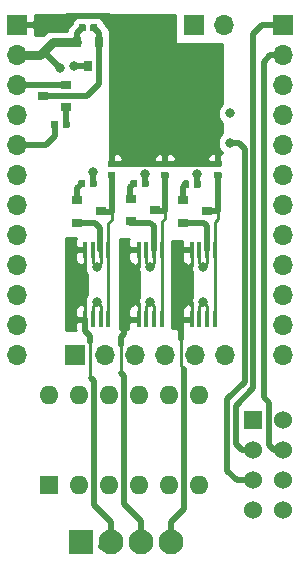
<source format=gbr>
G04 #@! TF.GenerationSoftware,KiCad,Pcbnew,(5.1.5)-3*
G04 #@! TF.CreationDate,2020-07-22T22:43:47-05:00*
G04 #@! TF.ProjectId,LightDriverShieldVer2,4c696768-7444-4726-9976-657253686965,rev?*
G04 #@! TF.SameCoordinates,Original*
G04 #@! TF.FileFunction,Copper,L1,Top*
G04 #@! TF.FilePolarity,Positive*
%FSLAX46Y46*%
G04 Gerber Fmt 4.6, Leading zero omitted, Abs format (unit mm)*
G04 Created by KiCad (PCBNEW (5.1.5)-3) date 2020-07-22 22:43:47*
%MOMM*%
%LPD*%
G04 APERTURE LIST*
%ADD10R,0.900000X0.800000*%
%ADD11R,0.450000X1.450000*%
%ADD12C,0.100000*%
%ADD13O,1.700000X1.700000*%
%ADD14R,1.700000X1.700000*%
%ADD15C,1.524000*%
%ADD16R,1.524000X1.524000*%
%ADD17O,1.600000X1.600000*%
%ADD18R,1.600000X1.600000*%
%ADD19R,0.800000X0.900000*%
%ADD20C,2.100000*%
%ADD21R,2.100000X2.100000*%
%ADD22C,0.800000*%
%ADD23C,0.250000*%
%ADD24C,0.500000*%
%ADD25C,0.750000*%
%ADD26C,0.254000*%
G04 APERTURE END LIST*
D10*
X116050000Y-107800000D03*
X114050000Y-108750000D03*
X114050000Y-106850000D03*
X102150000Y-98050000D03*
X104150000Y-97100000D03*
X104150000Y-99000000D03*
X111650000Y-107700000D03*
X109650000Y-108650000D03*
X109650000Y-106750000D03*
X107100000Y-107800000D03*
X105100000Y-108750000D03*
X105100000Y-106850000D03*
D11*
X105775000Y-111050000D03*
X106425000Y-111050000D03*
X107075000Y-111050000D03*
X107725000Y-111050000D03*
X107725000Y-116950000D03*
X107075000Y-116950000D03*
X106425000Y-116950000D03*
X105775000Y-116950000D03*
X114775000Y-111050000D03*
X115425000Y-111050000D03*
X116075000Y-111050000D03*
X116725000Y-111050000D03*
X116725000Y-116950000D03*
X116075000Y-116950000D03*
X115425000Y-116950000D03*
X114775000Y-116950000D03*
X110275000Y-111050000D03*
X110925000Y-111050000D03*
X111575000Y-111050000D03*
X112225000Y-111050000D03*
X112225000Y-116950000D03*
X111575000Y-116950000D03*
X110925000Y-116950000D03*
X110275000Y-116950000D03*
G04 #@! TA.AperFunction,SMDPad,CuDef*
D12*
G36*
X117186958Y-103470710D02*
G01*
X117201276Y-103472834D01*
X117215317Y-103476351D01*
X117228946Y-103481228D01*
X117242031Y-103487417D01*
X117254447Y-103494858D01*
X117266073Y-103503481D01*
X117276798Y-103513202D01*
X117286519Y-103523927D01*
X117295142Y-103535553D01*
X117302583Y-103547969D01*
X117308772Y-103561054D01*
X117313649Y-103574683D01*
X117317166Y-103588724D01*
X117319290Y-103603042D01*
X117320000Y-103617500D01*
X117320000Y-103912500D01*
X117319290Y-103926958D01*
X117317166Y-103941276D01*
X117313649Y-103955317D01*
X117308772Y-103968946D01*
X117302583Y-103982031D01*
X117295142Y-103994447D01*
X117286519Y-104006073D01*
X117276798Y-104016798D01*
X117266073Y-104026519D01*
X117254447Y-104035142D01*
X117242031Y-104042583D01*
X117228946Y-104048772D01*
X117215317Y-104053649D01*
X117201276Y-104057166D01*
X117186958Y-104059290D01*
X117172500Y-104060000D01*
X116827500Y-104060000D01*
X116813042Y-104059290D01*
X116798724Y-104057166D01*
X116784683Y-104053649D01*
X116771054Y-104048772D01*
X116757969Y-104042583D01*
X116745553Y-104035142D01*
X116733927Y-104026519D01*
X116723202Y-104016798D01*
X116713481Y-104006073D01*
X116704858Y-103994447D01*
X116697417Y-103982031D01*
X116691228Y-103968946D01*
X116686351Y-103955317D01*
X116682834Y-103941276D01*
X116680710Y-103926958D01*
X116680000Y-103912500D01*
X116680000Y-103617500D01*
X116680710Y-103603042D01*
X116682834Y-103588724D01*
X116686351Y-103574683D01*
X116691228Y-103561054D01*
X116697417Y-103547969D01*
X116704858Y-103535553D01*
X116713481Y-103523927D01*
X116723202Y-103513202D01*
X116733927Y-103503481D01*
X116745553Y-103494858D01*
X116757969Y-103487417D01*
X116771054Y-103481228D01*
X116784683Y-103476351D01*
X116798724Y-103472834D01*
X116813042Y-103470710D01*
X116827500Y-103470000D01*
X117172500Y-103470000D01*
X117186958Y-103470710D01*
G37*
G04 #@! TD.AperFunction*
G04 #@! TA.AperFunction,SMDPad,CuDef*
G36*
X117186958Y-104440710D02*
G01*
X117201276Y-104442834D01*
X117215317Y-104446351D01*
X117228946Y-104451228D01*
X117242031Y-104457417D01*
X117254447Y-104464858D01*
X117266073Y-104473481D01*
X117276798Y-104483202D01*
X117286519Y-104493927D01*
X117295142Y-104505553D01*
X117302583Y-104517969D01*
X117308772Y-104531054D01*
X117313649Y-104544683D01*
X117317166Y-104558724D01*
X117319290Y-104573042D01*
X117320000Y-104587500D01*
X117320000Y-104882500D01*
X117319290Y-104896958D01*
X117317166Y-104911276D01*
X117313649Y-104925317D01*
X117308772Y-104938946D01*
X117302583Y-104952031D01*
X117295142Y-104964447D01*
X117286519Y-104976073D01*
X117276798Y-104986798D01*
X117266073Y-104996519D01*
X117254447Y-105005142D01*
X117242031Y-105012583D01*
X117228946Y-105018772D01*
X117215317Y-105023649D01*
X117201276Y-105027166D01*
X117186958Y-105029290D01*
X117172500Y-105030000D01*
X116827500Y-105030000D01*
X116813042Y-105029290D01*
X116798724Y-105027166D01*
X116784683Y-105023649D01*
X116771054Y-105018772D01*
X116757969Y-105012583D01*
X116745553Y-105005142D01*
X116733927Y-104996519D01*
X116723202Y-104986798D01*
X116713481Y-104976073D01*
X116704858Y-104964447D01*
X116697417Y-104952031D01*
X116691228Y-104938946D01*
X116686351Y-104925317D01*
X116682834Y-104911276D01*
X116680710Y-104896958D01*
X116680000Y-104882500D01*
X116680000Y-104587500D01*
X116680710Y-104573042D01*
X116682834Y-104558724D01*
X116686351Y-104544683D01*
X116691228Y-104531054D01*
X116697417Y-104517969D01*
X116704858Y-104505553D01*
X116713481Y-104493927D01*
X116723202Y-104483202D01*
X116733927Y-104473481D01*
X116745553Y-104464858D01*
X116757969Y-104457417D01*
X116771054Y-104451228D01*
X116784683Y-104446351D01*
X116798724Y-104442834D01*
X116813042Y-104440710D01*
X116827500Y-104440000D01*
X117172500Y-104440000D01*
X117186958Y-104440710D01*
G37*
G04 #@! TD.AperFunction*
G04 #@! TA.AperFunction,SMDPad,CuDef*
G36*
X114441958Y-105180710D02*
G01*
X114456276Y-105182834D01*
X114470317Y-105186351D01*
X114483946Y-105191228D01*
X114497031Y-105197417D01*
X114509447Y-105204858D01*
X114521073Y-105213481D01*
X114531798Y-105223202D01*
X114541519Y-105233927D01*
X114550142Y-105245553D01*
X114557583Y-105257969D01*
X114563772Y-105271054D01*
X114568649Y-105284683D01*
X114572166Y-105298724D01*
X114574290Y-105313042D01*
X114575000Y-105327500D01*
X114575000Y-105672500D01*
X114574290Y-105686958D01*
X114572166Y-105701276D01*
X114568649Y-105715317D01*
X114563772Y-105728946D01*
X114557583Y-105742031D01*
X114550142Y-105754447D01*
X114541519Y-105766073D01*
X114531798Y-105776798D01*
X114521073Y-105786519D01*
X114509447Y-105795142D01*
X114497031Y-105802583D01*
X114483946Y-105808772D01*
X114470317Y-105813649D01*
X114456276Y-105817166D01*
X114441958Y-105819290D01*
X114427500Y-105820000D01*
X114132500Y-105820000D01*
X114118042Y-105819290D01*
X114103724Y-105817166D01*
X114089683Y-105813649D01*
X114076054Y-105808772D01*
X114062969Y-105802583D01*
X114050553Y-105795142D01*
X114038927Y-105786519D01*
X114028202Y-105776798D01*
X114018481Y-105766073D01*
X114009858Y-105754447D01*
X114002417Y-105742031D01*
X113996228Y-105728946D01*
X113991351Y-105715317D01*
X113987834Y-105701276D01*
X113985710Y-105686958D01*
X113985000Y-105672500D01*
X113985000Y-105327500D01*
X113985710Y-105313042D01*
X113987834Y-105298724D01*
X113991351Y-105284683D01*
X113996228Y-105271054D01*
X114002417Y-105257969D01*
X114009858Y-105245553D01*
X114018481Y-105233927D01*
X114028202Y-105223202D01*
X114038927Y-105213481D01*
X114050553Y-105204858D01*
X114062969Y-105197417D01*
X114076054Y-105191228D01*
X114089683Y-105186351D01*
X114103724Y-105182834D01*
X114118042Y-105180710D01*
X114132500Y-105180000D01*
X114427500Y-105180000D01*
X114441958Y-105180710D01*
G37*
G04 #@! TD.AperFunction*
G04 #@! TA.AperFunction,SMDPad,CuDef*
G36*
X115411958Y-105180710D02*
G01*
X115426276Y-105182834D01*
X115440317Y-105186351D01*
X115453946Y-105191228D01*
X115467031Y-105197417D01*
X115479447Y-105204858D01*
X115491073Y-105213481D01*
X115501798Y-105223202D01*
X115511519Y-105233927D01*
X115520142Y-105245553D01*
X115527583Y-105257969D01*
X115533772Y-105271054D01*
X115538649Y-105284683D01*
X115542166Y-105298724D01*
X115544290Y-105313042D01*
X115545000Y-105327500D01*
X115545000Y-105672500D01*
X115544290Y-105686958D01*
X115542166Y-105701276D01*
X115538649Y-105715317D01*
X115533772Y-105728946D01*
X115527583Y-105742031D01*
X115520142Y-105754447D01*
X115511519Y-105766073D01*
X115501798Y-105776798D01*
X115491073Y-105786519D01*
X115479447Y-105795142D01*
X115467031Y-105802583D01*
X115453946Y-105808772D01*
X115440317Y-105813649D01*
X115426276Y-105817166D01*
X115411958Y-105819290D01*
X115397500Y-105820000D01*
X115102500Y-105820000D01*
X115088042Y-105819290D01*
X115073724Y-105817166D01*
X115059683Y-105813649D01*
X115046054Y-105808772D01*
X115032969Y-105802583D01*
X115020553Y-105795142D01*
X115008927Y-105786519D01*
X114998202Y-105776798D01*
X114988481Y-105766073D01*
X114979858Y-105754447D01*
X114972417Y-105742031D01*
X114966228Y-105728946D01*
X114961351Y-105715317D01*
X114957834Y-105701276D01*
X114955710Y-105686958D01*
X114955000Y-105672500D01*
X114955000Y-105327500D01*
X114955710Y-105313042D01*
X114957834Y-105298724D01*
X114961351Y-105284683D01*
X114966228Y-105271054D01*
X114972417Y-105257969D01*
X114979858Y-105245553D01*
X114988481Y-105233927D01*
X114998202Y-105223202D01*
X115008927Y-105213481D01*
X115020553Y-105204858D01*
X115032969Y-105197417D01*
X115046054Y-105191228D01*
X115059683Y-105186351D01*
X115073724Y-105182834D01*
X115088042Y-105180710D01*
X115102500Y-105180000D01*
X115397500Y-105180000D01*
X115411958Y-105180710D01*
G37*
G04 #@! TD.AperFunction*
G04 #@! TA.AperFunction,SMDPad,CuDef*
G36*
X112686958Y-103470710D02*
G01*
X112701276Y-103472834D01*
X112715317Y-103476351D01*
X112728946Y-103481228D01*
X112742031Y-103487417D01*
X112754447Y-103494858D01*
X112766073Y-103503481D01*
X112776798Y-103513202D01*
X112786519Y-103523927D01*
X112795142Y-103535553D01*
X112802583Y-103547969D01*
X112808772Y-103561054D01*
X112813649Y-103574683D01*
X112817166Y-103588724D01*
X112819290Y-103603042D01*
X112820000Y-103617500D01*
X112820000Y-103912500D01*
X112819290Y-103926958D01*
X112817166Y-103941276D01*
X112813649Y-103955317D01*
X112808772Y-103968946D01*
X112802583Y-103982031D01*
X112795142Y-103994447D01*
X112786519Y-104006073D01*
X112776798Y-104016798D01*
X112766073Y-104026519D01*
X112754447Y-104035142D01*
X112742031Y-104042583D01*
X112728946Y-104048772D01*
X112715317Y-104053649D01*
X112701276Y-104057166D01*
X112686958Y-104059290D01*
X112672500Y-104060000D01*
X112327500Y-104060000D01*
X112313042Y-104059290D01*
X112298724Y-104057166D01*
X112284683Y-104053649D01*
X112271054Y-104048772D01*
X112257969Y-104042583D01*
X112245553Y-104035142D01*
X112233927Y-104026519D01*
X112223202Y-104016798D01*
X112213481Y-104006073D01*
X112204858Y-103994447D01*
X112197417Y-103982031D01*
X112191228Y-103968946D01*
X112186351Y-103955317D01*
X112182834Y-103941276D01*
X112180710Y-103926958D01*
X112180000Y-103912500D01*
X112180000Y-103617500D01*
X112180710Y-103603042D01*
X112182834Y-103588724D01*
X112186351Y-103574683D01*
X112191228Y-103561054D01*
X112197417Y-103547969D01*
X112204858Y-103535553D01*
X112213481Y-103523927D01*
X112223202Y-103513202D01*
X112233927Y-103503481D01*
X112245553Y-103494858D01*
X112257969Y-103487417D01*
X112271054Y-103481228D01*
X112284683Y-103476351D01*
X112298724Y-103472834D01*
X112313042Y-103470710D01*
X112327500Y-103470000D01*
X112672500Y-103470000D01*
X112686958Y-103470710D01*
G37*
G04 #@! TD.AperFunction*
G04 #@! TA.AperFunction,SMDPad,CuDef*
G36*
X112686958Y-104440710D02*
G01*
X112701276Y-104442834D01*
X112715317Y-104446351D01*
X112728946Y-104451228D01*
X112742031Y-104457417D01*
X112754447Y-104464858D01*
X112766073Y-104473481D01*
X112776798Y-104483202D01*
X112786519Y-104493927D01*
X112795142Y-104505553D01*
X112802583Y-104517969D01*
X112808772Y-104531054D01*
X112813649Y-104544683D01*
X112817166Y-104558724D01*
X112819290Y-104573042D01*
X112820000Y-104587500D01*
X112820000Y-104882500D01*
X112819290Y-104896958D01*
X112817166Y-104911276D01*
X112813649Y-104925317D01*
X112808772Y-104938946D01*
X112802583Y-104952031D01*
X112795142Y-104964447D01*
X112786519Y-104976073D01*
X112776798Y-104986798D01*
X112766073Y-104996519D01*
X112754447Y-105005142D01*
X112742031Y-105012583D01*
X112728946Y-105018772D01*
X112715317Y-105023649D01*
X112701276Y-105027166D01*
X112686958Y-105029290D01*
X112672500Y-105030000D01*
X112327500Y-105030000D01*
X112313042Y-105029290D01*
X112298724Y-105027166D01*
X112284683Y-105023649D01*
X112271054Y-105018772D01*
X112257969Y-105012583D01*
X112245553Y-105005142D01*
X112233927Y-104996519D01*
X112223202Y-104986798D01*
X112213481Y-104976073D01*
X112204858Y-104964447D01*
X112197417Y-104952031D01*
X112191228Y-104938946D01*
X112186351Y-104925317D01*
X112182834Y-104911276D01*
X112180710Y-104896958D01*
X112180000Y-104882500D01*
X112180000Y-104587500D01*
X112180710Y-104573042D01*
X112182834Y-104558724D01*
X112186351Y-104544683D01*
X112191228Y-104531054D01*
X112197417Y-104517969D01*
X112204858Y-104505553D01*
X112213481Y-104493927D01*
X112223202Y-104483202D01*
X112233927Y-104473481D01*
X112245553Y-104464858D01*
X112257969Y-104457417D01*
X112271054Y-104451228D01*
X112284683Y-104446351D01*
X112298724Y-104442834D01*
X112313042Y-104440710D01*
X112327500Y-104440000D01*
X112672500Y-104440000D01*
X112686958Y-104440710D01*
G37*
G04 #@! TD.AperFunction*
G04 #@! TA.AperFunction,SMDPad,CuDef*
G36*
X108186958Y-103470710D02*
G01*
X108201276Y-103472834D01*
X108215317Y-103476351D01*
X108228946Y-103481228D01*
X108242031Y-103487417D01*
X108254447Y-103494858D01*
X108266073Y-103503481D01*
X108276798Y-103513202D01*
X108286519Y-103523927D01*
X108295142Y-103535553D01*
X108302583Y-103547969D01*
X108308772Y-103561054D01*
X108313649Y-103574683D01*
X108317166Y-103588724D01*
X108319290Y-103603042D01*
X108320000Y-103617500D01*
X108320000Y-103912500D01*
X108319290Y-103926958D01*
X108317166Y-103941276D01*
X108313649Y-103955317D01*
X108308772Y-103968946D01*
X108302583Y-103982031D01*
X108295142Y-103994447D01*
X108286519Y-104006073D01*
X108276798Y-104016798D01*
X108266073Y-104026519D01*
X108254447Y-104035142D01*
X108242031Y-104042583D01*
X108228946Y-104048772D01*
X108215317Y-104053649D01*
X108201276Y-104057166D01*
X108186958Y-104059290D01*
X108172500Y-104060000D01*
X107827500Y-104060000D01*
X107813042Y-104059290D01*
X107798724Y-104057166D01*
X107784683Y-104053649D01*
X107771054Y-104048772D01*
X107757969Y-104042583D01*
X107745553Y-104035142D01*
X107733927Y-104026519D01*
X107723202Y-104016798D01*
X107713481Y-104006073D01*
X107704858Y-103994447D01*
X107697417Y-103982031D01*
X107691228Y-103968946D01*
X107686351Y-103955317D01*
X107682834Y-103941276D01*
X107680710Y-103926958D01*
X107680000Y-103912500D01*
X107680000Y-103617500D01*
X107680710Y-103603042D01*
X107682834Y-103588724D01*
X107686351Y-103574683D01*
X107691228Y-103561054D01*
X107697417Y-103547969D01*
X107704858Y-103535553D01*
X107713481Y-103523927D01*
X107723202Y-103513202D01*
X107733927Y-103503481D01*
X107745553Y-103494858D01*
X107757969Y-103487417D01*
X107771054Y-103481228D01*
X107784683Y-103476351D01*
X107798724Y-103472834D01*
X107813042Y-103470710D01*
X107827500Y-103470000D01*
X108172500Y-103470000D01*
X108186958Y-103470710D01*
G37*
G04 #@! TD.AperFunction*
G04 #@! TA.AperFunction,SMDPad,CuDef*
G36*
X108186958Y-104440710D02*
G01*
X108201276Y-104442834D01*
X108215317Y-104446351D01*
X108228946Y-104451228D01*
X108242031Y-104457417D01*
X108254447Y-104464858D01*
X108266073Y-104473481D01*
X108276798Y-104483202D01*
X108286519Y-104493927D01*
X108295142Y-104505553D01*
X108302583Y-104517969D01*
X108308772Y-104531054D01*
X108313649Y-104544683D01*
X108317166Y-104558724D01*
X108319290Y-104573042D01*
X108320000Y-104587500D01*
X108320000Y-104882500D01*
X108319290Y-104896958D01*
X108317166Y-104911276D01*
X108313649Y-104925317D01*
X108308772Y-104938946D01*
X108302583Y-104952031D01*
X108295142Y-104964447D01*
X108286519Y-104976073D01*
X108276798Y-104986798D01*
X108266073Y-104996519D01*
X108254447Y-105005142D01*
X108242031Y-105012583D01*
X108228946Y-105018772D01*
X108215317Y-105023649D01*
X108201276Y-105027166D01*
X108186958Y-105029290D01*
X108172500Y-105030000D01*
X107827500Y-105030000D01*
X107813042Y-105029290D01*
X107798724Y-105027166D01*
X107784683Y-105023649D01*
X107771054Y-105018772D01*
X107757969Y-105012583D01*
X107745553Y-105005142D01*
X107733927Y-104996519D01*
X107723202Y-104986798D01*
X107713481Y-104976073D01*
X107704858Y-104964447D01*
X107697417Y-104952031D01*
X107691228Y-104938946D01*
X107686351Y-104925317D01*
X107682834Y-104911276D01*
X107680710Y-104896958D01*
X107680000Y-104882500D01*
X107680000Y-104587500D01*
X107680710Y-104573042D01*
X107682834Y-104558724D01*
X107686351Y-104544683D01*
X107691228Y-104531054D01*
X107697417Y-104517969D01*
X107704858Y-104505553D01*
X107713481Y-104493927D01*
X107723202Y-104483202D01*
X107733927Y-104473481D01*
X107745553Y-104464858D01*
X107757969Y-104457417D01*
X107771054Y-104451228D01*
X107784683Y-104446351D01*
X107798724Y-104442834D01*
X107813042Y-104440710D01*
X107827500Y-104440000D01*
X108172500Y-104440000D01*
X108186958Y-104440710D01*
G37*
G04 #@! TD.AperFunction*
G04 #@! TA.AperFunction,SMDPad,CuDef*
G36*
X110026958Y-105130710D02*
G01*
X110041276Y-105132834D01*
X110055317Y-105136351D01*
X110068946Y-105141228D01*
X110082031Y-105147417D01*
X110094447Y-105154858D01*
X110106073Y-105163481D01*
X110116798Y-105173202D01*
X110126519Y-105183927D01*
X110135142Y-105195553D01*
X110142583Y-105207969D01*
X110148772Y-105221054D01*
X110153649Y-105234683D01*
X110157166Y-105248724D01*
X110159290Y-105263042D01*
X110160000Y-105277500D01*
X110160000Y-105622500D01*
X110159290Y-105636958D01*
X110157166Y-105651276D01*
X110153649Y-105665317D01*
X110148772Y-105678946D01*
X110142583Y-105692031D01*
X110135142Y-105704447D01*
X110126519Y-105716073D01*
X110116798Y-105726798D01*
X110106073Y-105736519D01*
X110094447Y-105745142D01*
X110082031Y-105752583D01*
X110068946Y-105758772D01*
X110055317Y-105763649D01*
X110041276Y-105767166D01*
X110026958Y-105769290D01*
X110012500Y-105770000D01*
X109717500Y-105770000D01*
X109703042Y-105769290D01*
X109688724Y-105767166D01*
X109674683Y-105763649D01*
X109661054Y-105758772D01*
X109647969Y-105752583D01*
X109635553Y-105745142D01*
X109623927Y-105736519D01*
X109613202Y-105726798D01*
X109603481Y-105716073D01*
X109594858Y-105704447D01*
X109587417Y-105692031D01*
X109581228Y-105678946D01*
X109576351Y-105665317D01*
X109572834Y-105651276D01*
X109570710Y-105636958D01*
X109570000Y-105622500D01*
X109570000Y-105277500D01*
X109570710Y-105263042D01*
X109572834Y-105248724D01*
X109576351Y-105234683D01*
X109581228Y-105221054D01*
X109587417Y-105207969D01*
X109594858Y-105195553D01*
X109603481Y-105183927D01*
X109613202Y-105173202D01*
X109623927Y-105163481D01*
X109635553Y-105154858D01*
X109647969Y-105147417D01*
X109661054Y-105141228D01*
X109674683Y-105136351D01*
X109688724Y-105132834D01*
X109703042Y-105130710D01*
X109717500Y-105130000D01*
X110012500Y-105130000D01*
X110026958Y-105130710D01*
G37*
G04 #@! TD.AperFunction*
G04 #@! TA.AperFunction,SMDPad,CuDef*
G36*
X110996958Y-105130710D02*
G01*
X111011276Y-105132834D01*
X111025317Y-105136351D01*
X111038946Y-105141228D01*
X111052031Y-105147417D01*
X111064447Y-105154858D01*
X111076073Y-105163481D01*
X111086798Y-105173202D01*
X111096519Y-105183927D01*
X111105142Y-105195553D01*
X111112583Y-105207969D01*
X111118772Y-105221054D01*
X111123649Y-105234683D01*
X111127166Y-105248724D01*
X111129290Y-105263042D01*
X111130000Y-105277500D01*
X111130000Y-105622500D01*
X111129290Y-105636958D01*
X111127166Y-105651276D01*
X111123649Y-105665317D01*
X111118772Y-105678946D01*
X111112583Y-105692031D01*
X111105142Y-105704447D01*
X111096519Y-105716073D01*
X111086798Y-105726798D01*
X111076073Y-105736519D01*
X111064447Y-105745142D01*
X111052031Y-105752583D01*
X111038946Y-105758772D01*
X111025317Y-105763649D01*
X111011276Y-105767166D01*
X110996958Y-105769290D01*
X110982500Y-105770000D01*
X110687500Y-105770000D01*
X110673042Y-105769290D01*
X110658724Y-105767166D01*
X110644683Y-105763649D01*
X110631054Y-105758772D01*
X110617969Y-105752583D01*
X110605553Y-105745142D01*
X110593927Y-105736519D01*
X110583202Y-105726798D01*
X110573481Y-105716073D01*
X110564858Y-105704447D01*
X110557417Y-105692031D01*
X110551228Y-105678946D01*
X110546351Y-105665317D01*
X110542834Y-105651276D01*
X110540710Y-105636958D01*
X110540000Y-105622500D01*
X110540000Y-105277500D01*
X110540710Y-105263042D01*
X110542834Y-105248724D01*
X110546351Y-105234683D01*
X110551228Y-105221054D01*
X110557417Y-105207969D01*
X110564858Y-105195553D01*
X110573481Y-105183927D01*
X110583202Y-105173202D01*
X110593927Y-105163481D01*
X110605553Y-105154858D01*
X110617969Y-105147417D01*
X110631054Y-105141228D01*
X110644683Y-105136351D01*
X110658724Y-105132834D01*
X110673042Y-105130710D01*
X110687500Y-105130000D01*
X110982500Y-105130000D01*
X110996958Y-105130710D01*
G37*
G04 #@! TD.AperFunction*
G04 #@! TA.AperFunction,SMDPad,CuDef*
G36*
X105626958Y-105130710D02*
G01*
X105641276Y-105132834D01*
X105655317Y-105136351D01*
X105668946Y-105141228D01*
X105682031Y-105147417D01*
X105694447Y-105154858D01*
X105706073Y-105163481D01*
X105716798Y-105173202D01*
X105726519Y-105183927D01*
X105735142Y-105195553D01*
X105742583Y-105207969D01*
X105748772Y-105221054D01*
X105753649Y-105234683D01*
X105757166Y-105248724D01*
X105759290Y-105263042D01*
X105760000Y-105277500D01*
X105760000Y-105622500D01*
X105759290Y-105636958D01*
X105757166Y-105651276D01*
X105753649Y-105665317D01*
X105748772Y-105678946D01*
X105742583Y-105692031D01*
X105735142Y-105704447D01*
X105726519Y-105716073D01*
X105716798Y-105726798D01*
X105706073Y-105736519D01*
X105694447Y-105745142D01*
X105682031Y-105752583D01*
X105668946Y-105758772D01*
X105655317Y-105763649D01*
X105641276Y-105767166D01*
X105626958Y-105769290D01*
X105612500Y-105770000D01*
X105317500Y-105770000D01*
X105303042Y-105769290D01*
X105288724Y-105767166D01*
X105274683Y-105763649D01*
X105261054Y-105758772D01*
X105247969Y-105752583D01*
X105235553Y-105745142D01*
X105223927Y-105736519D01*
X105213202Y-105726798D01*
X105203481Y-105716073D01*
X105194858Y-105704447D01*
X105187417Y-105692031D01*
X105181228Y-105678946D01*
X105176351Y-105665317D01*
X105172834Y-105651276D01*
X105170710Y-105636958D01*
X105170000Y-105622500D01*
X105170000Y-105277500D01*
X105170710Y-105263042D01*
X105172834Y-105248724D01*
X105176351Y-105234683D01*
X105181228Y-105221054D01*
X105187417Y-105207969D01*
X105194858Y-105195553D01*
X105203481Y-105183927D01*
X105213202Y-105173202D01*
X105223927Y-105163481D01*
X105235553Y-105154858D01*
X105247969Y-105147417D01*
X105261054Y-105141228D01*
X105274683Y-105136351D01*
X105288724Y-105132834D01*
X105303042Y-105130710D01*
X105317500Y-105130000D01*
X105612500Y-105130000D01*
X105626958Y-105130710D01*
G37*
G04 #@! TD.AperFunction*
G04 #@! TA.AperFunction,SMDPad,CuDef*
G36*
X106596958Y-105130710D02*
G01*
X106611276Y-105132834D01*
X106625317Y-105136351D01*
X106638946Y-105141228D01*
X106652031Y-105147417D01*
X106664447Y-105154858D01*
X106676073Y-105163481D01*
X106686798Y-105173202D01*
X106696519Y-105183927D01*
X106705142Y-105195553D01*
X106712583Y-105207969D01*
X106718772Y-105221054D01*
X106723649Y-105234683D01*
X106727166Y-105248724D01*
X106729290Y-105263042D01*
X106730000Y-105277500D01*
X106730000Y-105622500D01*
X106729290Y-105636958D01*
X106727166Y-105651276D01*
X106723649Y-105665317D01*
X106718772Y-105678946D01*
X106712583Y-105692031D01*
X106705142Y-105704447D01*
X106696519Y-105716073D01*
X106686798Y-105726798D01*
X106676073Y-105736519D01*
X106664447Y-105745142D01*
X106652031Y-105752583D01*
X106638946Y-105758772D01*
X106625317Y-105763649D01*
X106611276Y-105767166D01*
X106596958Y-105769290D01*
X106582500Y-105770000D01*
X106287500Y-105770000D01*
X106273042Y-105769290D01*
X106258724Y-105767166D01*
X106244683Y-105763649D01*
X106231054Y-105758772D01*
X106217969Y-105752583D01*
X106205553Y-105745142D01*
X106193927Y-105736519D01*
X106183202Y-105726798D01*
X106173481Y-105716073D01*
X106164858Y-105704447D01*
X106157417Y-105692031D01*
X106151228Y-105678946D01*
X106146351Y-105665317D01*
X106142834Y-105651276D01*
X106140710Y-105636958D01*
X106140000Y-105622500D01*
X106140000Y-105277500D01*
X106140710Y-105263042D01*
X106142834Y-105248724D01*
X106146351Y-105234683D01*
X106151228Y-105221054D01*
X106157417Y-105207969D01*
X106164858Y-105195553D01*
X106173481Y-105183927D01*
X106183202Y-105173202D01*
X106193927Y-105163481D01*
X106205553Y-105154858D01*
X106217969Y-105147417D01*
X106231054Y-105141228D01*
X106244683Y-105136351D01*
X106258724Y-105132834D01*
X106273042Y-105130710D01*
X106287500Y-105130000D01*
X106582500Y-105130000D01*
X106596958Y-105130710D01*
G37*
G04 #@! TD.AperFunction*
D13*
X117500000Y-92000000D03*
D14*
X114960000Y-92000000D03*
D15*
X122540000Y-133120000D03*
X120000000Y-133120000D03*
X122540000Y-130580000D03*
X120000000Y-130580000D03*
X122540000Y-128040000D03*
X120000000Y-128040000D03*
X122540000Y-125500000D03*
D16*
X120000000Y-125500000D03*
D17*
X102700000Y-123380000D03*
X115400000Y-131000000D03*
X105240000Y-123380000D03*
X112860000Y-131000000D03*
X107780000Y-123380000D03*
X110320000Y-131000000D03*
X110320000Y-123380000D03*
X107780000Y-131000000D03*
X112860000Y-123380000D03*
X105240000Y-131000000D03*
X115400000Y-123380000D03*
D18*
X102700000Y-131000000D03*
G04 #@! TA.AperFunction,SMDPad,CuDef*
D12*
G36*
X105676958Y-91930710D02*
G01*
X105691276Y-91932834D01*
X105705317Y-91936351D01*
X105718946Y-91941228D01*
X105732031Y-91947417D01*
X105744447Y-91954858D01*
X105756073Y-91963481D01*
X105766798Y-91973202D01*
X105776519Y-91983927D01*
X105785142Y-91995553D01*
X105792583Y-92007969D01*
X105798772Y-92021054D01*
X105803649Y-92034683D01*
X105807166Y-92048724D01*
X105809290Y-92063042D01*
X105810000Y-92077500D01*
X105810000Y-92422500D01*
X105809290Y-92436958D01*
X105807166Y-92451276D01*
X105803649Y-92465317D01*
X105798772Y-92478946D01*
X105792583Y-92492031D01*
X105785142Y-92504447D01*
X105776519Y-92516073D01*
X105766798Y-92526798D01*
X105756073Y-92536519D01*
X105744447Y-92545142D01*
X105732031Y-92552583D01*
X105718946Y-92558772D01*
X105705317Y-92563649D01*
X105691276Y-92567166D01*
X105676958Y-92569290D01*
X105662500Y-92570000D01*
X105367500Y-92570000D01*
X105353042Y-92569290D01*
X105338724Y-92567166D01*
X105324683Y-92563649D01*
X105311054Y-92558772D01*
X105297969Y-92552583D01*
X105285553Y-92545142D01*
X105273927Y-92536519D01*
X105263202Y-92526798D01*
X105253481Y-92516073D01*
X105244858Y-92504447D01*
X105237417Y-92492031D01*
X105231228Y-92478946D01*
X105226351Y-92465317D01*
X105222834Y-92451276D01*
X105220710Y-92436958D01*
X105220000Y-92422500D01*
X105220000Y-92077500D01*
X105220710Y-92063042D01*
X105222834Y-92048724D01*
X105226351Y-92034683D01*
X105231228Y-92021054D01*
X105237417Y-92007969D01*
X105244858Y-91995553D01*
X105253481Y-91983927D01*
X105263202Y-91973202D01*
X105273927Y-91963481D01*
X105285553Y-91954858D01*
X105297969Y-91947417D01*
X105311054Y-91941228D01*
X105324683Y-91936351D01*
X105338724Y-91932834D01*
X105353042Y-91930710D01*
X105367500Y-91930000D01*
X105662500Y-91930000D01*
X105676958Y-91930710D01*
G37*
G04 #@! TD.AperFunction*
G04 #@! TA.AperFunction,SMDPad,CuDef*
G36*
X106646958Y-91930710D02*
G01*
X106661276Y-91932834D01*
X106675317Y-91936351D01*
X106688946Y-91941228D01*
X106702031Y-91947417D01*
X106714447Y-91954858D01*
X106726073Y-91963481D01*
X106736798Y-91973202D01*
X106746519Y-91983927D01*
X106755142Y-91995553D01*
X106762583Y-92007969D01*
X106768772Y-92021054D01*
X106773649Y-92034683D01*
X106777166Y-92048724D01*
X106779290Y-92063042D01*
X106780000Y-92077500D01*
X106780000Y-92422500D01*
X106779290Y-92436958D01*
X106777166Y-92451276D01*
X106773649Y-92465317D01*
X106768772Y-92478946D01*
X106762583Y-92492031D01*
X106755142Y-92504447D01*
X106746519Y-92516073D01*
X106736798Y-92526798D01*
X106726073Y-92536519D01*
X106714447Y-92545142D01*
X106702031Y-92552583D01*
X106688946Y-92558772D01*
X106675317Y-92563649D01*
X106661276Y-92567166D01*
X106646958Y-92569290D01*
X106632500Y-92570000D01*
X106337500Y-92570000D01*
X106323042Y-92569290D01*
X106308724Y-92567166D01*
X106294683Y-92563649D01*
X106281054Y-92558772D01*
X106267969Y-92552583D01*
X106255553Y-92545142D01*
X106243927Y-92536519D01*
X106233202Y-92526798D01*
X106223481Y-92516073D01*
X106214858Y-92504447D01*
X106207417Y-92492031D01*
X106201228Y-92478946D01*
X106196351Y-92465317D01*
X106192834Y-92451276D01*
X106190710Y-92436958D01*
X106190000Y-92422500D01*
X106190000Y-92077500D01*
X106190710Y-92063042D01*
X106192834Y-92048724D01*
X106196351Y-92034683D01*
X106201228Y-92021054D01*
X106207417Y-92007969D01*
X106214858Y-91995553D01*
X106223481Y-91983927D01*
X106233202Y-91973202D01*
X106243927Y-91963481D01*
X106255553Y-91954858D01*
X106267969Y-91947417D01*
X106281054Y-91941228D01*
X106294683Y-91936351D01*
X106308724Y-91932834D01*
X106323042Y-91930710D01*
X106337500Y-91930000D01*
X106632500Y-91930000D01*
X106646958Y-91930710D01*
G37*
G04 #@! TD.AperFunction*
G04 #@! TA.AperFunction,SMDPad,CuDef*
G36*
X104296958Y-100130710D02*
G01*
X104311276Y-100132834D01*
X104325317Y-100136351D01*
X104338946Y-100141228D01*
X104352031Y-100147417D01*
X104364447Y-100154858D01*
X104376073Y-100163481D01*
X104386798Y-100173202D01*
X104396519Y-100183927D01*
X104405142Y-100195553D01*
X104412583Y-100207969D01*
X104418772Y-100221054D01*
X104423649Y-100234683D01*
X104427166Y-100248724D01*
X104429290Y-100263042D01*
X104430000Y-100277500D01*
X104430000Y-100622500D01*
X104429290Y-100636958D01*
X104427166Y-100651276D01*
X104423649Y-100665317D01*
X104418772Y-100678946D01*
X104412583Y-100692031D01*
X104405142Y-100704447D01*
X104396519Y-100716073D01*
X104386798Y-100726798D01*
X104376073Y-100736519D01*
X104364447Y-100745142D01*
X104352031Y-100752583D01*
X104338946Y-100758772D01*
X104325317Y-100763649D01*
X104311276Y-100767166D01*
X104296958Y-100769290D01*
X104282500Y-100770000D01*
X103987500Y-100770000D01*
X103973042Y-100769290D01*
X103958724Y-100767166D01*
X103944683Y-100763649D01*
X103931054Y-100758772D01*
X103917969Y-100752583D01*
X103905553Y-100745142D01*
X103893927Y-100736519D01*
X103883202Y-100726798D01*
X103873481Y-100716073D01*
X103864858Y-100704447D01*
X103857417Y-100692031D01*
X103851228Y-100678946D01*
X103846351Y-100665317D01*
X103842834Y-100651276D01*
X103840710Y-100636958D01*
X103840000Y-100622500D01*
X103840000Y-100277500D01*
X103840710Y-100263042D01*
X103842834Y-100248724D01*
X103846351Y-100234683D01*
X103851228Y-100221054D01*
X103857417Y-100207969D01*
X103864858Y-100195553D01*
X103873481Y-100183927D01*
X103883202Y-100173202D01*
X103893927Y-100163481D01*
X103905553Y-100154858D01*
X103917969Y-100147417D01*
X103931054Y-100141228D01*
X103944683Y-100136351D01*
X103958724Y-100132834D01*
X103973042Y-100130710D01*
X103987500Y-100130000D01*
X104282500Y-100130000D01*
X104296958Y-100130710D01*
G37*
G04 #@! TD.AperFunction*
G04 #@! TA.AperFunction,SMDPad,CuDef*
G36*
X103326958Y-100130710D02*
G01*
X103341276Y-100132834D01*
X103355317Y-100136351D01*
X103368946Y-100141228D01*
X103382031Y-100147417D01*
X103394447Y-100154858D01*
X103406073Y-100163481D01*
X103416798Y-100173202D01*
X103426519Y-100183927D01*
X103435142Y-100195553D01*
X103442583Y-100207969D01*
X103448772Y-100221054D01*
X103453649Y-100234683D01*
X103457166Y-100248724D01*
X103459290Y-100263042D01*
X103460000Y-100277500D01*
X103460000Y-100622500D01*
X103459290Y-100636958D01*
X103457166Y-100651276D01*
X103453649Y-100665317D01*
X103448772Y-100678946D01*
X103442583Y-100692031D01*
X103435142Y-100704447D01*
X103426519Y-100716073D01*
X103416798Y-100726798D01*
X103406073Y-100736519D01*
X103394447Y-100745142D01*
X103382031Y-100752583D01*
X103368946Y-100758772D01*
X103355317Y-100763649D01*
X103341276Y-100767166D01*
X103326958Y-100769290D01*
X103312500Y-100770000D01*
X103017500Y-100770000D01*
X103003042Y-100769290D01*
X102988724Y-100767166D01*
X102974683Y-100763649D01*
X102961054Y-100758772D01*
X102947969Y-100752583D01*
X102935553Y-100745142D01*
X102923927Y-100736519D01*
X102913202Y-100726798D01*
X102903481Y-100716073D01*
X102894858Y-100704447D01*
X102887417Y-100692031D01*
X102881228Y-100678946D01*
X102876351Y-100665317D01*
X102872834Y-100651276D01*
X102870710Y-100636958D01*
X102870000Y-100622500D01*
X102870000Y-100277500D01*
X102870710Y-100263042D01*
X102872834Y-100248724D01*
X102876351Y-100234683D01*
X102881228Y-100221054D01*
X102887417Y-100207969D01*
X102894858Y-100195553D01*
X102903481Y-100183927D01*
X102913202Y-100173202D01*
X102923927Y-100163481D01*
X102935553Y-100154858D01*
X102947969Y-100147417D01*
X102961054Y-100141228D01*
X102974683Y-100136351D01*
X102988724Y-100132834D01*
X103003042Y-100130710D01*
X103017500Y-100130000D01*
X103312500Y-100130000D01*
X103326958Y-100130710D01*
G37*
G04 #@! TD.AperFunction*
D19*
X106000000Y-95500000D03*
X105050000Y-93500000D03*
X106950000Y-93500000D03*
D20*
X112990000Y-135800000D03*
X110450000Y-135800000D03*
X107910000Y-135800000D03*
D21*
X105370000Y-135800000D03*
D13*
X117620000Y-120000000D03*
X115080000Y-120000000D03*
X112540000Y-120000000D03*
X110000000Y-120000000D03*
X107460000Y-120000000D03*
D14*
X104920000Y-120000000D03*
D13*
X122500000Y-120000000D03*
X122500000Y-117460000D03*
X122500000Y-114920000D03*
X122500000Y-112380000D03*
X122500000Y-109840000D03*
X122500000Y-107300000D03*
X122500000Y-104760000D03*
X122500000Y-102220000D03*
X122500000Y-99680000D03*
X122500000Y-97140000D03*
X122500000Y-94600000D03*
D14*
X122500000Y-92060000D03*
D13*
X100000000Y-119940000D03*
X100000000Y-117400000D03*
X100000000Y-114860000D03*
X100000000Y-112320000D03*
X100000000Y-109780000D03*
X100000000Y-107240000D03*
X100000000Y-104700000D03*
X100000000Y-102160000D03*
X100000000Y-99620000D03*
X100000000Y-97080000D03*
X100000000Y-94540000D03*
D14*
X100000000Y-92000000D03*
D22*
X111250000Y-112500000D03*
X111250000Y-115500000D03*
X106750000Y-112500000D03*
X106750000Y-115500000D03*
X115750000Y-115500000D03*
X115750000Y-112500000D03*
X103650000Y-95700000D03*
X118000000Y-99500000D03*
X118000002Y-102000000D03*
X110850000Y-104615000D03*
X115250000Y-104615000D03*
X106450000Y-104450000D03*
X114000000Y-115050000D03*
X114000000Y-112900000D03*
X114000000Y-114000000D03*
X109500000Y-113000000D03*
X109500000Y-115100000D03*
X109500000Y-114050000D03*
X105000000Y-115100000D03*
X105000000Y-113000000D03*
X105000000Y-114050000D03*
X104849996Y-95500000D03*
D23*
X116075000Y-112175000D02*
X115750000Y-112500000D01*
X116075000Y-111050000D02*
X116075000Y-112175000D01*
X115425000Y-112175000D02*
X115750000Y-112500000D01*
X115425000Y-111050000D02*
X115425000Y-112175000D01*
X110925000Y-112175000D02*
X111250000Y-112500000D01*
X110925000Y-111050000D02*
X110925000Y-112175000D01*
X111575000Y-112175000D02*
X111250000Y-112500000D01*
X111575000Y-111050000D02*
X111575000Y-112175000D01*
X106425000Y-112175000D02*
X106750000Y-112500000D01*
X106425000Y-111050000D02*
X106425000Y-112175000D01*
X107075000Y-112175000D02*
X106750000Y-112500000D01*
X107075000Y-111050000D02*
X107075000Y-112175000D01*
X106425000Y-115825000D02*
X106750000Y-115500000D01*
X106425000Y-116950000D02*
X106425000Y-115825000D01*
X107075000Y-115825000D02*
X106750000Y-115500000D01*
X107075000Y-116950000D02*
X107075000Y-115825000D01*
X110925000Y-115825000D02*
X111250000Y-115500000D01*
X110925000Y-116950000D02*
X110925000Y-115825000D01*
X111575000Y-115825000D02*
X111250000Y-115500000D01*
X111575000Y-116950000D02*
X111575000Y-115825000D01*
X115425000Y-115825000D02*
X115750000Y-115500000D01*
X115425000Y-116950000D02*
X115425000Y-115825000D01*
X116075000Y-115825000D02*
X115750000Y-115500000D01*
X116075000Y-116950000D02*
X116075000Y-115825000D01*
D24*
X104130000Y-97080000D02*
X104150000Y-97100000D01*
X100000000Y-97080000D02*
X104130000Y-97080000D01*
X105100000Y-108800000D02*
X106600000Y-108800000D01*
X107049999Y-109249999D02*
X107049999Y-111050000D01*
X106600000Y-108800000D02*
X107049999Y-109249999D01*
X109550000Y-108750000D02*
X111250000Y-108750000D01*
X111549999Y-109049999D02*
X111549999Y-111050000D01*
X111250000Y-108750000D02*
X111549999Y-109049999D01*
X114050000Y-108750000D02*
X115800000Y-108750000D01*
X116049999Y-108999999D02*
X116049999Y-111050000D01*
X115800000Y-108750000D02*
X116049999Y-108999999D01*
D23*
X107725000Y-111050000D02*
X107725000Y-108775000D01*
X107725000Y-108775000D02*
X108000000Y-108500000D01*
X107725000Y-116950000D02*
X107725000Y-111050000D01*
D24*
X107100000Y-107850000D02*
X108000000Y-107850000D01*
D23*
X108000000Y-108500000D02*
X108000000Y-107850000D01*
D24*
X108000000Y-104735000D02*
X108000000Y-107850000D01*
D25*
X100000000Y-94540000D02*
X101960000Y-94540000D01*
X103000000Y-93500000D02*
X105050000Y-93500000D01*
X101960000Y-94540000D02*
X103000000Y-93500000D01*
D24*
X105050000Y-92715000D02*
X105515000Y-92250000D01*
X105050000Y-93500000D02*
X105050000Y-92715000D01*
X102490000Y-94540000D02*
X101960000Y-94540000D01*
X103650000Y-95700000D02*
X102490000Y-94540000D01*
X100000000Y-102160000D02*
X102440000Y-102160000D01*
X103165000Y-101435000D02*
X103165000Y-100450000D01*
X102440000Y-102160000D02*
X103165000Y-101435000D01*
X118580000Y-130580000D02*
X117799990Y-129799990D01*
X120000000Y-130580000D02*
X118580000Y-130580000D01*
X117799990Y-129799990D02*
X117799990Y-123700010D01*
X118750000Y-102000000D02*
X118000002Y-102000000D01*
X117799990Y-123700010D02*
X119250000Y-122250000D01*
X119250000Y-122250000D02*
X119250000Y-102500000D01*
X119250000Y-102500000D02*
X118750000Y-102000000D01*
X122500000Y-128000000D02*
X122540000Y-128040000D01*
X121750000Y-128000000D02*
X122500000Y-128000000D01*
X121400000Y-94600000D02*
X120856969Y-95143031D01*
X122500000Y-94600000D02*
X121400000Y-94600000D01*
X120856969Y-95143031D02*
X120856969Y-123540819D01*
X120856969Y-123540819D02*
X121327999Y-124011849D01*
X121327999Y-124011849D02*
X121327999Y-127577999D01*
X121327999Y-127577999D02*
X121750000Y-128000000D01*
X120690000Y-92060000D02*
X122500000Y-92060000D01*
X119040000Y-128040000D02*
X118500000Y-127500000D01*
X120000000Y-128040000D02*
X119040000Y-128040000D01*
X118500000Y-127500000D02*
X118500000Y-124250000D01*
X118500000Y-124250000D02*
X120000000Y-122750000D01*
X120000000Y-122750000D02*
X120000000Y-92750000D01*
X120000000Y-92750000D02*
X120690000Y-92060000D01*
X110835000Y-104630000D02*
X110850000Y-104615000D01*
X110835000Y-105450000D02*
X110835000Y-104630000D01*
X115250000Y-104615000D02*
X115250000Y-105500000D01*
X106435000Y-104465000D02*
X106450000Y-104450000D01*
X106435000Y-105450000D02*
X106435000Y-104465000D01*
X100000000Y-92000000D02*
X103500000Y-92000000D01*
X103500000Y-92000000D02*
X104250000Y-91250000D01*
X104250000Y-91250000D02*
X107750000Y-91250000D01*
X107750000Y-91250000D02*
X108000000Y-91500000D01*
X108000000Y-91500000D02*
X108000000Y-103765000D01*
X108000000Y-103765000D02*
X112500000Y-103765000D01*
X112500000Y-103765000D02*
X117000000Y-103765000D01*
D23*
X114600000Y-114000000D02*
X114750000Y-113850000D01*
X114775000Y-111050000D02*
X114750000Y-113850000D01*
X114000000Y-114000000D02*
X114000000Y-114000000D01*
X114750000Y-113850000D02*
X114775000Y-116950000D01*
X114000000Y-114000000D02*
X114600000Y-114000000D01*
X114110001Y-121160001D02*
X113850000Y-120900000D01*
X113850000Y-120900000D02*
X113850000Y-118650000D01*
D24*
X113850000Y-117875000D02*
X113600000Y-117625000D01*
X113850000Y-118650000D02*
X113850000Y-117875000D01*
X113600000Y-117625000D02*
X113600000Y-117200000D01*
X112990000Y-134110000D02*
X112990000Y-135800000D01*
X114110001Y-121160001D02*
X114110001Y-132989999D01*
X114110001Y-132989999D02*
X112990000Y-134110000D01*
D23*
X110275000Y-116950000D02*
X110275000Y-117450000D01*
X110200000Y-114050000D02*
X110250000Y-114000000D01*
X109500000Y-114050000D02*
X110200000Y-114050000D01*
X110275000Y-111050000D02*
X110250000Y-114000000D01*
X110250000Y-114000000D02*
X110275000Y-116950000D01*
X108750000Y-121450000D02*
X108800000Y-121400000D01*
X108800000Y-121400000D02*
X108800000Y-119100000D01*
D24*
X108800000Y-118425000D02*
X109050000Y-118175000D01*
X108800000Y-119100000D02*
X108800000Y-118425000D01*
X109050000Y-118175000D02*
X109050000Y-117050000D01*
X109030001Y-132580001D02*
X110450000Y-134000000D01*
X108750000Y-121450000D02*
X109030001Y-121730001D01*
X110450000Y-134000000D02*
X110450000Y-135800000D01*
X109030001Y-121730001D02*
X109030001Y-132580001D01*
X107130000Y-136200000D02*
X107130000Y-136170000D01*
D23*
X105700000Y-114050000D02*
X105750000Y-114000000D01*
X105000000Y-114050000D02*
X105700000Y-114050000D01*
X105775000Y-111050000D02*
X105750000Y-114000000D01*
X105750000Y-114000000D02*
X105775000Y-116950000D01*
X106250000Y-121950000D02*
X106200000Y-121900000D01*
X106200000Y-121900000D02*
X106200000Y-118900000D01*
D24*
X105749999Y-117899999D02*
X105749999Y-116950000D01*
X106200000Y-118900000D02*
X106200000Y-118350000D01*
X106200000Y-118350000D02*
X105749999Y-117899999D01*
X107910000Y-134060000D02*
X107910000Y-135800000D01*
X106490001Y-132640001D02*
X107910000Y-134060000D01*
X106250000Y-121950000D02*
X106490001Y-122190001D01*
X106490001Y-122190001D02*
X106490001Y-132640001D01*
D23*
X112225000Y-116950000D02*
X112225000Y-111050000D01*
D24*
X112500000Y-104735000D02*
X112500000Y-107750000D01*
X111600000Y-107750000D02*
X111550000Y-107800000D01*
X112500000Y-107750000D02*
X111600000Y-107750000D01*
D23*
X112225000Y-111050000D02*
X112225000Y-108675000D01*
X112500000Y-108400000D02*
X112500000Y-107750000D01*
X112225000Y-108675000D02*
X112500000Y-108400000D01*
X116725000Y-116950000D02*
X116725000Y-111050000D01*
D24*
X117000000Y-104735000D02*
X117000000Y-107800000D01*
X117000000Y-107800000D02*
X116050000Y-107800000D01*
D23*
X117000000Y-108425000D02*
X117000000Y-107800000D01*
X116725000Y-111050000D02*
X116725000Y-108700000D01*
X116725000Y-108700000D02*
X117000000Y-108425000D01*
D24*
X105100000Y-105815000D02*
X105465000Y-105450000D01*
X105100000Y-106900000D02*
X105100000Y-105815000D01*
X106950000Y-92715000D02*
X106485000Y-92250000D01*
X106950000Y-93500000D02*
X106950000Y-92715000D01*
X106950000Y-97050000D02*
X106950000Y-93500000D01*
X105950000Y-98050000D02*
X106950000Y-97050000D01*
X102150000Y-98050000D02*
X105950000Y-98050000D01*
X109550000Y-105765000D02*
X109865000Y-105450000D01*
X109550000Y-106850000D02*
X109550000Y-105765000D01*
X104150000Y-100435000D02*
X104135000Y-100450000D01*
X104150000Y-99000000D02*
X104150000Y-100435000D01*
X114050000Y-105730000D02*
X114280000Y-105500000D01*
X114050000Y-106850000D02*
X114050000Y-105730000D01*
X106000000Y-95500000D02*
X104849996Y-95500000D01*
D26*
G36*
X113373000Y-93500000D02*
G01*
X113375440Y-93524776D01*
X113382667Y-93548601D01*
X113394403Y-93570557D01*
X113410197Y-93589803D01*
X113429443Y-93605597D01*
X113451399Y-93617333D01*
X113475224Y-93624560D01*
X113500000Y-93627000D01*
X117373000Y-93627000D01*
X117373000Y-98674164D01*
X117340226Y-98696063D01*
X117196063Y-98840226D01*
X117082795Y-99009744D01*
X117004774Y-99198102D01*
X116965000Y-99398061D01*
X116965000Y-99601939D01*
X117004774Y-99801898D01*
X117082795Y-99990256D01*
X117196063Y-100159774D01*
X117340226Y-100303937D01*
X117373000Y-100325836D01*
X117373000Y-101174166D01*
X117340228Y-101196063D01*
X117196065Y-101340226D01*
X117082797Y-101509744D01*
X117004776Y-101698102D01*
X116965002Y-101898061D01*
X116965002Y-102101939D01*
X117004776Y-102301898D01*
X117082797Y-102490256D01*
X117196065Y-102659774D01*
X117340228Y-102803937D01*
X117373000Y-102825835D01*
X117373000Y-102837148D01*
X117320000Y-102831928D01*
X117285750Y-102835000D01*
X117127000Y-102993750D01*
X117127000Y-103638000D01*
X117147000Y-103638000D01*
X117147000Y-103801928D01*
X116827500Y-103801928D01*
X116674243Y-103817023D01*
X116526875Y-103861726D01*
X116505783Y-103873000D01*
X115971711Y-103873000D01*
X115909774Y-103811063D01*
X115740256Y-103697795D01*
X115551898Y-103619774D01*
X115351939Y-103580000D01*
X115148061Y-103580000D01*
X114948102Y-103619774D01*
X114759744Y-103697795D01*
X114590226Y-103811063D01*
X114528289Y-103873000D01*
X112994217Y-103873000D01*
X112973125Y-103861726D01*
X112825757Y-103817023D01*
X112672500Y-103801928D01*
X112327500Y-103801928D01*
X112174243Y-103817023D01*
X112026875Y-103861726D01*
X112005783Y-103873000D01*
X111571711Y-103873000D01*
X111509774Y-103811063D01*
X111340256Y-103697795D01*
X111151898Y-103619774D01*
X110951939Y-103580000D01*
X110748061Y-103580000D01*
X110548102Y-103619774D01*
X110359744Y-103697795D01*
X110190226Y-103811063D01*
X110128289Y-103873000D01*
X108494217Y-103873000D01*
X108473125Y-103861726D01*
X108325757Y-103817023D01*
X108172500Y-103801928D01*
X107877000Y-103801928D01*
X107877000Y-102993750D01*
X108127000Y-102993750D01*
X108127000Y-103638000D01*
X108796250Y-103638000D01*
X108955000Y-103479250D01*
X108958072Y-103470000D01*
X111541928Y-103470000D01*
X111545000Y-103479250D01*
X111703750Y-103638000D01*
X112373000Y-103638000D01*
X112373000Y-102993750D01*
X112627000Y-102993750D01*
X112627000Y-103638000D01*
X113296250Y-103638000D01*
X113455000Y-103479250D01*
X113458072Y-103470000D01*
X116041928Y-103470000D01*
X116045000Y-103479250D01*
X116203750Y-103638000D01*
X116873000Y-103638000D01*
X116873000Y-102993750D01*
X116714250Y-102835000D01*
X116680000Y-102831928D01*
X116555518Y-102844188D01*
X116435820Y-102880498D01*
X116325506Y-102939463D01*
X116228815Y-103018815D01*
X116149463Y-103115506D01*
X116090498Y-103225820D01*
X116054188Y-103345518D01*
X116041928Y-103470000D01*
X113458072Y-103470000D01*
X113445812Y-103345518D01*
X113409502Y-103225820D01*
X113350537Y-103115506D01*
X113271185Y-103018815D01*
X113174494Y-102939463D01*
X113064180Y-102880498D01*
X112944482Y-102844188D01*
X112820000Y-102831928D01*
X112785750Y-102835000D01*
X112627000Y-102993750D01*
X112373000Y-102993750D01*
X112214250Y-102835000D01*
X112180000Y-102831928D01*
X112055518Y-102844188D01*
X111935820Y-102880498D01*
X111825506Y-102939463D01*
X111728815Y-103018815D01*
X111649463Y-103115506D01*
X111590498Y-103225820D01*
X111554188Y-103345518D01*
X111541928Y-103470000D01*
X108958072Y-103470000D01*
X108945812Y-103345518D01*
X108909502Y-103225820D01*
X108850537Y-103115506D01*
X108771185Y-103018815D01*
X108674494Y-102939463D01*
X108564180Y-102880498D01*
X108444482Y-102844188D01*
X108320000Y-102831928D01*
X108285750Y-102835000D01*
X108127000Y-102993750D01*
X107877000Y-102993750D01*
X107877000Y-94308804D01*
X107880537Y-94304494D01*
X107939502Y-94194180D01*
X107975812Y-94074482D01*
X107988072Y-93950000D01*
X107988072Y-93050000D01*
X107975812Y-92925518D01*
X107939502Y-92805820D01*
X107880537Y-92695506D01*
X107831474Y-92635722D01*
X107822195Y-92541510D01*
X107771589Y-92374687D01*
X107689411Y-92220941D01*
X107578817Y-92086183D01*
X107545044Y-92058466D01*
X107399562Y-91912984D01*
X107358274Y-91776875D01*
X107285679Y-91641060D01*
X107187983Y-91522017D01*
X107068940Y-91424321D01*
X106933125Y-91351726D01*
X106785757Y-91307023D01*
X106632500Y-91291928D01*
X106337500Y-91291928D01*
X106184243Y-91307023D01*
X106036875Y-91351726D01*
X106000000Y-91371436D01*
X105963125Y-91351726D01*
X105815757Y-91307023D01*
X105662500Y-91291928D01*
X105367500Y-91291928D01*
X105214243Y-91307023D01*
X105066875Y-91351726D01*
X104931060Y-91424321D01*
X104812017Y-91522017D01*
X104714321Y-91641060D01*
X104641726Y-91776875D01*
X104600438Y-91912984D01*
X104454952Y-92058470D01*
X104421184Y-92086183D01*
X104393471Y-92119951D01*
X104393468Y-92119954D01*
X104310590Y-92220941D01*
X104228412Y-92374687D01*
X104193431Y-92490000D01*
X103049604Y-92490000D01*
X102999999Y-92485114D01*
X102950394Y-92490000D01*
X102950392Y-92490000D01*
X102802006Y-92504615D01*
X102611620Y-92562368D01*
X102436160Y-92656153D01*
X102282367Y-92782367D01*
X102250739Y-92820906D01*
X102198645Y-92873000D01*
X101485807Y-92873000D01*
X101488072Y-92850000D01*
X101485000Y-92285750D01*
X101326250Y-92127000D01*
X100127000Y-92127000D01*
X100127000Y-92147000D01*
X99873000Y-92147000D01*
X99873000Y-92127000D01*
X99853000Y-92127000D01*
X99853000Y-91873000D01*
X99873000Y-91873000D01*
X99873000Y-91853000D01*
X100127000Y-91853000D01*
X100127000Y-91873000D01*
X101326250Y-91873000D01*
X101485000Y-91714250D01*
X101488018Y-91160000D01*
X113373000Y-91160000D01*
X113373000Y-93500000D01*
G37*
X113373000Y-93500000D02*
X113375440Y-93524776D01*
X113382667Y-93548601D01*
X113394403Y-93570557D01*
X113410197Y-93589803D01*
X113429443Y-93605597D01*
X113451399Y-93617333D01*
X113475224Y-93624560D01*
X113500000Y-93627000D01*
X117373000Y-93627000D01*
X117373000Y-98674164D01*
X117340226Y-98696063D01*
X117196063Y-98840226D01*
X117082795Y-99009744D01*
X117004774Y-99198102D01*
X116965000Y-99398061D01*
X116965000Y-99601939D01*
X117004774Y-99801898D01*
X117082795Y-99990256D01*
X117196063Y-100159774D01*
X117340226Y-100303937D01*
X117373000Y-100325836D01*
X117373000Y-101174166D01*
X117340228Y-101196063D01*
X117196065Y-101340226D01*
X117082797Y-101509744D01*
X117004776Y-101698102D01*
X116965002Y-101898061D01*
X116965002Y-102101939D01*
X117004776Y-102301898D01*
X117082797Y-102490256D01*
X117196065Y-102659774D01*
X117340228Y-102803937D01*
X117373000Y-102825835D01*
X117373000Y-102837148D01*
X117320000Y-102831928D01*
X117285750Y-102835000D01*
X117127000Y-102993750D01*
X117127000Y-103638000D01*
X117147000Y-103638000D01*
X117147000Y-103801928D01*
X116827500Y-103801928D01*
X116674243Y-103817023D01*
X116526875Y-103861726D01*
X116505783Y-103873000D01*
X115971711Y-103873000D01*
X115909774Y-103811063D01*
X115740256Y-103697795D01*
X115551898Y-103619774D01*
X115351939Y-103580000D01*
X115148061Y-103580000D01*
X114948102Y-103619774D01*
X114759744Y-103697795D01*
X114590226Y-103811063D01*
X114528289Y-103873000D01*
X112994217Y-103873000D01*
X112973125Y-103861726D01*
X112825757Y-103817023D01*
X112672500Y-103801928D01*
X112327500Y-103801928D01*
X112174243Y-103817023D01*
X112026875Y-103861726D01*
X112005783Y-103873000D01*
X111571711Y-103873000D01*
X111509774Y-103811063D01*
X111340256Y-103697795D01*
X111151898Y-103619774D01*
X110951939Y-103580000D01*
X110748061Y-103580000D01*
X110548102Y-103619774D01*
X110359744Y-103697795D01*
X110190226Y-103811063D01*
X110128289Y-103873000D01*
X108494217Y-103873000D01*
X108473125Y-103861726D01*
X108325757Y-103817023D01*
X108172500Y-103801928D01*
X107877000Y-103801928D01*
X107877000Y-102993750D01*
X108127000Y-102993750D01*
X108127000Y-103638000D01*
X108796250Y-103638000D01*
X108955000Y-103479250D01*
X108958072Y-103470000D01*
X111541928Y-103470000D01*
X111545000Y-103479250D01*
X111703750Y-103638000D01*
X112373000Y-103638000D01*
X112373000Y-102993750D01*
X112627000Y-102993750D01*
X112627000Y-103638000D01*
X113296250Y-103638000D01*
X113455000Y-103479250D01*
X113458072Y-103470000D01*
X116041928Y-103470000D01*
X116045000Y-103479250D01*
X116203750Y-103638000D01*
X116873000Y-103638000D01*
X116873000Y-102993750D01*
X116714250Y-102835000D01*
X116680000Y-102831928D01*
X116555518Y-102844188D01*
X116435820Y-102880498D01*
X116325506Y-102939463D01*
X116228815Y-103018815D01*
X116149463Y-103115506D01*
X116090498Y-103225820D01*
X116054188Y-103345518D01*
X116041928Y-103470000D01*
X113458072Y-103470000D01*
X113445812Y-103345518D01*
X113409502Y-103225820D01*
X113350537Y-103115506D01*
X113271185Y-103018815D01*
X113174494Y-102939463D01*
X113064180Y-102880498D01*
X112944482Y-102844188D01*
X112820000Y-102831928D01*
X112785750Y-102835000D01*
X112627000Y-102993750D01*
X112373000Y-102993750D01*
X112214250Y-102835000D01*
X112180000Y-102831928D01*
X112055518Y-102844188D01*
X111935820Y-102880498D01*
X111825506Y-102939463D01*
X111728815Y-103018815D01*
X111649463Y-103115506D01*
X111590498Y-103225820D01*
X111554188Y-103345518D01*
X111541928Y-103470000D01*
X108958072Y-103470000D01*
X108945812Y-103345518D01*
X108909502Y-103225820D01*
X108850537Y-103115506D01*
X108771185Y-103018815D01*
X108674494Y-102939463D01*
X108564180Y-102880498D01*
X108444482Y-102844188D01*
X108320000Y-102831928D01*
X108285750Y-102835000D01*
X108127000Y-102993750D01*
X107877000Y-102993750D01*
X107877000Y-94308804D01*
X107880537Y-94304494D01*
X107939502Y-94194180D01*
X107975812Y-94074482D01*
X107988072Y-93950000D01*
X107988072Y-93050000D01*
X107975812Y-92925518D01*
X107939502Y-92805820D01*
X107880537Y-92695506D01*
X107831474Y-92635722D01*
X107822195Y-92541510D01*
X107771589Y-92374687D01*
X107689411Y-92220941D01*
X107578817Y-92086183D01*
X107545044Y-92058466D01*
X107399562Y-91912984D01*
X107358274Y-91776875D01*
X107285679Y-91641060D01*
X107187983Y-91522017D01*
X107068940Y-91424321D01*
X106933125Y-91351726D01*
X106785757Y-91307023D01*
X106632500Y-91291928D01*
X106337500Y-91291928D01*
X106184243Y-91307023D01*
X106036875Y-91351726D01*
X106000000Y-91371436D01*
X105963125Y-91351726D01*
X105815757Y-91307023D01*
X105662500Y-91291928D01*
X105367500Y-91291928D01*
X105214243Y-91307023D01*
X105066875Y-91351726D01*
X104931060Y-91424321D01*
X104812017Y-91522017D01*
X104714321Y-91641060D01*
X104641726Y-91776875D01*
X104600438Y-91912984D01*
X104454952Y-92058470D01*
X104421184Y-92086183D01*
X104393471Y-92119951D01*
X104393468Y-92119954D01*
X104310590Y-92220941D01*
X104228412Y-92374687D01*
X104193431Y-92490000D01*
X103049604Y-92490000D01*
X102999999Y-92485114D01*
X102950394Y-92490000D01*
X102950392Y-92490000D01*
X102802006Y-92504615D01*
X102611620Y-92562368D01*
X102436160Y-92656153D01*
X102282367Y-92782367D01*
X102250739Y-92820906D01*
X102198645Y-92873000D01*
X101485807Y-92873000D01*
X101488072Y-92850000D01*
X101485000Y-92285750D01*
X101326250Y-92127000D01*
X100127000Y-92127000D01*
X100127000Y-92147000D01*
X99873000Y-92147000D01*
X99873000Y-92127000D01*
X99853000Y-92127000D01*
X99853000Y-91873000D01*
X99873000Y-91873000D01*
X99873000Y-91853000D01*
X100127000Y-91853000D01*
X100127000Y-91873000D01*
X101326250Y-91873000D01*
X101485000Y-91714250D01*
X101488018Y-91160000D01*
X113373000Y-91160000D01*
X113373000Y-93500000D01*
G36*
X104956849Y-110089825D02*
G01*
X104922366Y-110210061D01*
X104912002Y-110334715D01*
X104915000Y-110764250D01*
X105073750Y-110923000D01*
X105561928Y-110923000D01*
X105561928Y-111177000D01*
X105073750Y-111177000D01*
X104915000Y-111335750D01*
X104912002Y-111765285D01*
X104922366Y-111889939D01*
X104956849Y-112010175D01*
X105014126Y-112121375D01*
X105091997Y-112219263D01*
X105187469Y-112300078D01*
X105296873Y-112360715D01*
X105416004Y-112398844D01*
X105518250Y-112410000D01*
X105647998Y-112280252D01*
X105647998Y-112410000D01*
X105702089Y-112410000D01*
X105715000Y-112452563D01*
X105715000Y-112601939D01*
X105754774Y-112801898D01*
X105832795Y-112990256D01*
X105903457Y-113096009D01*
X105892122Y-114920955D01*
X105832795Y-115009744D01*
X105754774Y-115198102D01*
X105715000Y-115398061D01*
X105715000Y-115547437D01*
X105702089Y-115590000D01*
X105647998Y-115590000D01*
X105647998Y-115719748D01*
X105518250Y-115590000D01*
X105416004Y-115601156D01*
X105296873Y-115639285D01*
X105187469Y-115699922D01*
X105091997Y-115780737D01*
X105014126Y-115878625D01*
X104956849Y-115989825D01*
X104922366Y-116110061D01*
X104912002Y-116234715D01*
X104915000Y-116664250D01*
X105073750Y-116823000D01*
X105561928Y-116823000D01*
X105561928Y-117077000D01*
X105073750Y-117077000D01*
X104915000Y-117235750D01*
X104912002Y-117665285D01*
X104922366Y-117789939D01*
X104946187Y-117873000D01*
X104127000Y-117873000D01*
X104127000Y-110077000D01*
X104963455Y-110077000D01*
X104956849Y-110089825D01*
G37*
X104956849Y-110089825D02*
X104922366Y-110210061D01*
X104912002Y-110334715D01*
X104915000Y-110764250D01*
X105073750Y-110923000D01*
X105561928Y-110923000D01*
X105561928Y-111177000D01*
X105073750Y-111177000D01*
X104915000Y-111335750D01*
X104912002Y-111765285D01*
X104922366Y-111889939D01*
X104956849Y-112010175D01*
X105014126Y-112121375D01*
X105091997Y-112219263D01*
X105187469Y-112300078D01*
X105296873Y-112360715D01*
X105416004Y-112398844D01*
X105518250Y-112410000D01*
X105647998Y-112280252D01*
X105647998Y-112410000D01*
X105702089Y-112410000D01*
X105715000Y-112452563D01*
X105715000Y-112601939D01*
X105754774Y-112801898D01*
X105832795Y-112990256D01*
X105903457Y-113096009D01*
X105892122Y-114920955D01*
X105832795Y-115009744D01*
X105754774Y-115198102D01*
X105715000Y-115398061D01*
X105715000Y-115547437D01*
X105702089Y-115590000D01*
X105647998Y-115590000D01*
X105647998Y-115719748D01*
X105518250Y-115590000D01*
X105416004Y-115601156D01*
X105296873Y-115639285D01*
X105187469Y-115699922D01*
X105091997Y-115780737D01*
X105014126Y-115878625D01*
X104956849Y-115989825D01*
X104922366Y-116110061D01*
X104912002Y-116234715D01*
X104915000Y-116664250D01*
X105073750Y-116823000D01*
X105561928Y-116823000D01*
X105561928Y-117077000D01*
X105073750Y-117077000D01*
X104915000Y-117235750D01*
X104912002Y-117665285D01*
X104922366Y-117789939D01*
X104946187Y-117873000D01*
X104127000Y-117873000D01*
X104127000Y-110077000D01*
X104963455Y-110077000D01*
X104956849Y-110089825D01*
G36*
X109422366Y-110210061D02*
G01*
X109412002Y-110334715D01*
X109415000Y-110764250D01*
X109573750Y-110923000D01*
X110061928Y-110923000D01*
X110061928Y-111177000D01*
X109573750Y-111177000D01*
X109415000Y-111335750D01*
X109412002Y-111765285D01*
X109422366Y-111889939D01*
X109456849Y-112010175D01*
X109514126Y-112121375D01*
X109591997Y-112219263D01*
X109687469Y-112300078D01*
X109796873Y-112360715D01*
X109916004Y-112398844D01*
X110018250Y-112410000D01*
X110147998Y-112280252D01*
X110147998Y-112410000D01*
X110202089Y-112410000D01*
X110215000Y-112452563D01*
X110215000Y-112601939D01*
X110254774Y-112801898D01*
X110323000Y-112966609D01*
X110323000Y-115033391D01*
X110254774Y-115198102D01*
X110215000Y-115398061D01*
X110215000Y-115547437D01*
X110202089Y-115590000D01*
X110147998Y-115590000D01*
X110147998Y-115719748D01*
X110018250Y-115590000D01*
X109916004Y-115601156D01*
X109796873Y-115639285D01*
X109687469Y-115699922D01*
X109591997Y-115780737D01*
X109514126Y-115878625D01*
X109456849Y-115989825D01*
X109422366Y-116110061D01*
X109412002Y-116234715D01*
X109415000Y-116664250D01*
X109573750Y-116823000D01*
X110061928Y-116823000D01*
X110061928Y-117077000D01*
X109573750Y-117077000D01*
X109415000Y-117235750D01*
X109412002Y-117665285D01*
X109416801Y-117723000D01*
X108677000Y-117723000D01*
X108677000Y-110177000D01*
X109431848Y-110177000D01*
X109422366Y-110210061D01*
G37*
X109422366Y-110210061D02*
X109412002Y-110334715D01*
X109415000Y-110764250D01*
X109573750Y-110923000D01*
X110061928Y-110923000D01*
X110061928Y-111177000D01*
X109573750Y-111177000D01*
X109415000Y-111335750D01*
X109412002Y-111765285D01*
X109422366Y-111889939D01*
X109456849Y-112010175D01*
X109514126Y-112121375D01*
X109591997Y-112219263D01*
X109687469Y-112300078D01*
X109796873Y-112360715D01*
X109916004Y-112398844D01*
X110018250Y-112410000D01*
X110147998Y-112280252D01*
X110147998Y-112410000D01*
X110202089Y-112410000D01*
X110215000Y-112452563D01*
X110215000Y-112601939D01*
X110254774Y-112801898D01*
X110323000Y-112966609D01*
X110323000Y-115033391D01*
X110254774Y-115198102D01*
X110215000Y-115398061D01*
X110215000Y-115547437D01*
X110202089Y-115590000D01*
X110147998Y-115590000D01*
X110147998Y-115719748D01*
X110018250Y-115590000D01*
X109916004Y-115601156D01*
X109796873Y-115639285D01*
X109687469Y-115699922D01*
X109591997Y-115780737D01*
X109514126Y-115878625D01*
X109456849Y-115989825D01*
X109422366Y-116110061D01*
X109412002Y-116234715D01*
X109415000Y-116664250D01*
X109573750Y-116823000D01*
X110061928Y-116823000D01*
X110061928Y-117077000D01*
X109573750Y-117077000D01*
X109415000Y-117235750D01*
X109412002Y-117665285D01*
X109416801Y-117723000D01*
X108677000Y-117723000D01*
X108677000Y-110177000D01*
X109431848Y-110177000D01*
X109422366Y-110210061D01*
G36*
X113912002Y-110334715D02*
G01*
X113915000Y-110764250D01*
X114073750Y-110923000D01*
X114561928Y-110923000D01*
X114561928Y-111177000D01*
X114073750Y-111177000D01*
X113915000Y-111335750D01*
X113912002Y-111765285D01*
X113922366Y-111889939D01*
X113956849Y-112010175D01*
X114014126Y-112121375D01*
X114091997Y-112219263D01*
X114187469Y-112300078D01*
X114296873Y-112360715D01*
X114416004Y-112398844D01*
X114518250Y-112410000D01*
X114647998Y-112280252D01*
X114647998Y-112410000D01*
X114702089Y-112410000D01*
X114715000Y-112452563D01*
X114715000Y-112601939D01*
X114754774Y-112801898D01*
X114823000Y-112966609D01*
X114823000Y-115033391D01*
X114754774Y-115198102D01*
X114715000Y-115398061D01*
X114715000Y-115547437D01*
X114702089Y-115590000D01*
X114647998Y-115590000D01*
X114647998Y-115719748D01*
X114518250Y-115590000D01*
X114416004Y-115601156D01*
X114296873Y-115639285D01*
X114187469Y-115699922D01*
X114091997Y-115780737D01*
X114014126Y-115878625D01*
X113956849Y-115989825D01*
X113922366Y-116110061D01*
X113912002Y-116234715D01*
X113915000Y-116664250D01*
X114073750Y-116823000D01*
X114561928Y-116823000D01*
X114561928Y-117077000D01*
X114073750Y-117077000D01*
X113915000Y-117235750D01*
X113912002Y-117665285D01*
X113912643Y-117673000D01*
X113127000Y-117673000D01*
X113127000Y-110277000D01*
X113916801Y-110277000D01*
X113912002Y-110334715D01*
G37*
X113912002Y-110334715D02*
X113915000Y-110764250D01*
X114073750Y-110923000D01*
X114561928Y-110923000D01*
X114561928Y-111177000D01*
X114073750Y-111177000D01*
X113915000Y-111335750D01*
X113912002Y-111765285D01*
X113922366Y-111889939D01*
X113956849Y-112010175D01*
X114014126Y-112121375D01*
X114091997Y-112219263D01*
X114187469Y-112300078D01*
X114296873Y-112360715D01*
X114416004Y-112398844D01*
X114518250Y-112410000D01*
X114647998Y-112280252D01*
X114647998Y-112410000D01*
X114702089Y-112410000D01*
X114715000Y-112452563D01*
X114715000Y-112601939D01*
X114754774Y-112801898D01*
X114823000Y-112966609D01*
X114823000Y-115033391D01*
X114754774Y-115198102D01*
X114715000Y-115398061D01*
X114715000Y-115547437D01*
X114702089Y-115590000D01*
X114647998Y-115590000D01*
X114647998Y-115719748D01*
X114518250Y-115590000D01*
X114416004Y-115601156D01*
X114296873Y-115639285D01*
X114187469Y-115699922D01*
X114091997Y-115780737D01*
X114014126Y-115878625D01*
X113956849Y-115989825D01*
X113922366Y-116110061D01*
X113912002Y-116234715D01*
X113915000Y-116664250D01*
X114073750Y-116823000D01*
X114561928Y-116823000D01*
X114561928Y-117077000D01*
X114073750Y-117077000D01*
X113915000Y-117235750D01*
X113912002Y-117665285D01*
X113912643Y-117673000D01*
X113127000Y-117673000D01*
X113127000Y-110277000D01*
X113916801Y-110277000D01*
X113912002Y-110334715D01*
M02*

</source>
